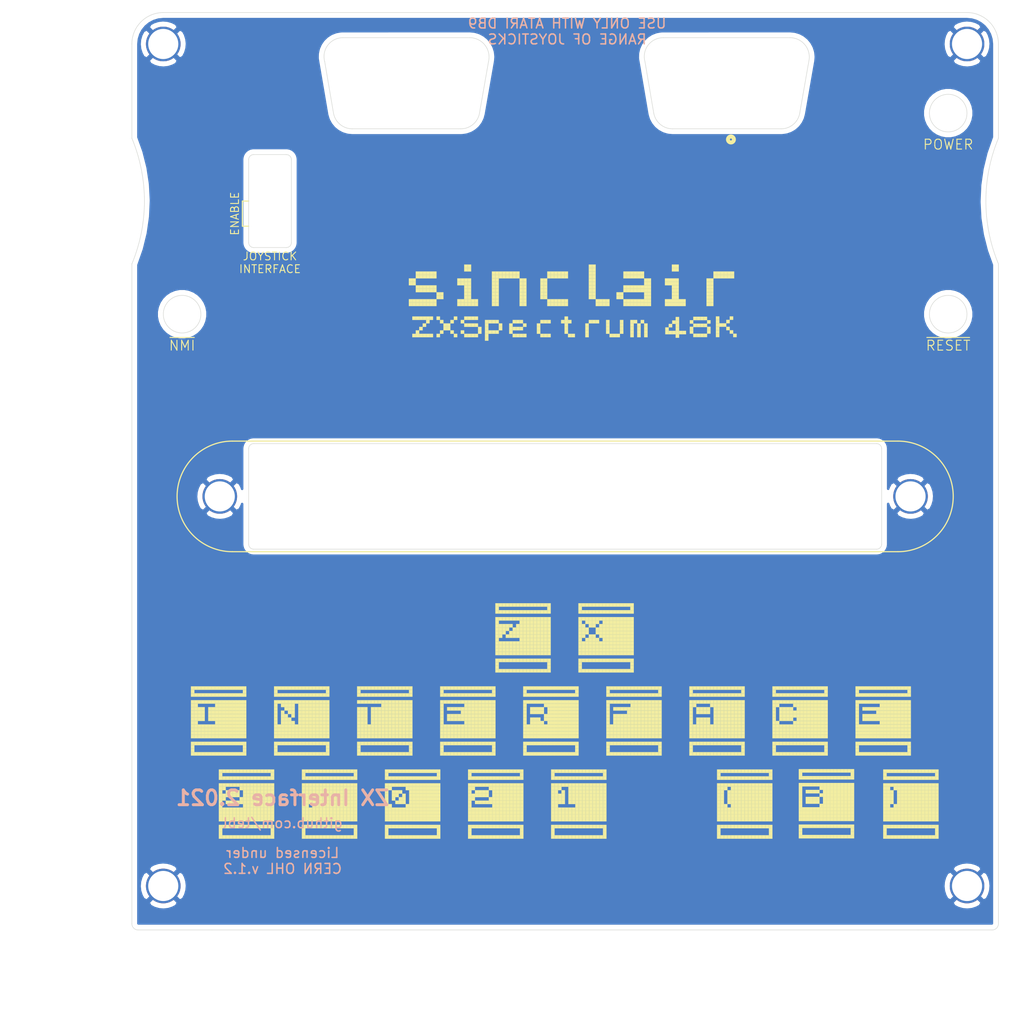
<source format=kicad_pcb>
(kicad_pcb (version 20171130) (host pcbnew "(5.1.8)-1")
  (title_block (title "ZX Interface 2.021"))
  (layers (0 F.Cu signal) (31 B.Cu signal) (34 B.Paste user) (35 F.Paste user) (36 B.SilkS user) (37 F.SilkS user) (38 B.Mask user) (39 F.Mask user) (44 Edge.Cuts user))
  (net 0 "")
  (net 1 "Net-(M1-Pad1)")
  (module artwork:sinclair_title_large (layer F.Cu) (at 129.54 71.12)
    (fp_text reference sinclair_title hide)
    (fp_text value "" (at 0 0) (layer F.SilkS) (effects (font (size 1.27 1.27))))
  )
  (module artwork:interface_2021_large (layer F.Cu) (at 105.41 106.045)
    (fp_text reference sinclair_title hide)
    (fp_text value Val** hide)
  )
  (module mounting:M3_pin (layer F.Cu) (at 105.41 134.62)
    (fp_text reference M1 hide)
    (fp_text value Mounting hide)
    (pad 1 thru_hole circle (at 0 0) (size 3.5 3.5) (drill 3.048) (layers *.Cu *.Mask) (net 1 "Net-(M1-Pad1)"))
  )
  (module mounting:M3_pin (layer F.Cu) (at 186.69 134.62)
    (fp_text reference M2 hide)
    (fp_text value Mounting hide)
    (pad 1 thru_hole circle (at 0 0) (size 3.5 3.5) (drill 3.048) (layers *.Cu *.Mask) (net 1 "Net-(M1-Pad1)"))
  )
  (module mounting:M3_pin (layer F.Cu) (at 186.69 49.53)
    (fp_text reference M3 hide)
    (fp_text value Mounting hide)
    (pad 1 thru_hole circle (at 0 0) (size 3.5 3.5) (drill 3.048) (layers *.Cu *.Mask) (net 1 "Net-(M1-Pad1)"))
  )
  (module mounting:M3_pin (layer F.Cu) (at 180.975 95.25)
    (fp_text reference M5 hide)
    (fp_text value Mounting hide)
    (pad 1 thru_hole circle (at 0 0) (size 3.5 3.5) (drill 3.048) (layers *.Cu *.Mask) (net 1 "Net-(M1-Pad1)"))
  )
  (module mounting:M3_pin (layer F.Cu) (at 111.125 95.25)
    (fp_text reference M6 hide)
    (fp_text value Mounting hide)
    (pad 1 thru_hole circle (at 0 0) (size 3.5 3.5) (drill 3.048) (layers *.Cu *.Mask) (net 1 "Net-(M1-Pad1)"))
  )
  (module mounting:M3_pin (layer F.Cu) (at 105.41 49.53)
    (fp_text reference M4 hide)
    (fp_text value Mounting hide)
    (pad 1 thru_hole circle (at 0 0) (size 3.5 3.5) (drill 3.048) (layers *.Cu *.Mask) (net 1 "Net-(M1-Pad1)"))
  )
  (gr_text POWER (at 184.785 59.69) (layer F.SilkS) (effects (font (size 1 1) (thickness 0.1))))
  (gr_circle (center 184.785 56.515) (end 186.685 56.515) (layer Edge.Cuts) (width 0.05))
  (gr_circle (center 162.814 59.182) (end 163.116 59.182) (layer F.SilkS) (width 0.4))
  (gr_arc (start 179.705 95.25) (end 179.705 100.838) (angle -180) (layer F.SilkS) (width 0.12))
  (gr_arc (start 112.395 95.25) (end 112.395 89.662) (angle -180) (layer F.SilkS) (width 0.12))
  (gr_line (start 179.705 100.838) (end 112.395 100.838) (layer F.SilkS) (width 0.12))
  (gr_line (start 112.395 89.662) (end 179.705 89.662) (layer F.SilkS) (width 0.12))
  (gr_arc (start 114.554 69.596) (end 114.046 69.596) (angle -90) (layer Edge.Cuts) (width 0.05))
  (gr_arc (start 117.856 69.596) (end 117.856 70.104) (angle -90) (layer Edge.Cuts) (width 0.05))
  (gr_arc (start 117.856 61.214) (end 118.364 61.214) (angle -90) (layer Edge.Cuts) (width 0.05))
  (gr_arc (start 114.554 61.214) (end 114.554 60.706) (angle -90) (layer Edge.Cuts) (width 0.05))
  (gr_text "JOYSTICK\nINTERFACE" (at 116.205 71.628) (layer F.SilkS) (effects (font (size 0.8 0.8) (thickness 0.1))))
  (gr_line (start 118.364 61.214) (end 118.364 69.596) (layer Edge.Cuts) (width 0.05))
  (gr_line (start 114.554 60.706) (end 117.856 60.706) (layer Edge.Cuts) (width 0.05))
  (gr_line (start 114.046 69.596) (end 114.046 61.214) (layer Edge.Cuts) (width 0.05))
  (gr_line (start 117.856 70.104) (end 114.554 70.104) (layer Edge.Cuts) (width 0.05))
  (gr_arc (start 177.546 90.424) (end 178.054 90.424) (angle -90) (layer Edge.Cuts) (width 0.05))
  (gr_arc (start 177.546 100.076) (end 177.546 100.584) (angle -90) (layer Edge.Cuts) (width 0.05))
  (gr_arc (start 114.554 100.076) (end 114.046 100.076) (angle -90) (layer Edge.Cuts) (width 0.05))
  (gr_arc (start 114.554 90.424) (end 114.554 89.916) (angle -90) (layer Edge.Cuts) (width 0.05))
  (gr_line (start 177.546 89.916) (end 114.554 89.916) (layer Edge.Cuts) (width 0.05))
  (gr_line (start 178.054 100.076) (end 178.054 90.424) (layer Edge.Cuts) (width 0.05))
  (gr_line (start 114.554 100.584) (end 177.546 100.584) (layer Edge.Cuts) (width 0.05))
  (gr_line (start 114.046 90.424) (end 114.046 100.076) (layer Edge.Cuts) (width 0.05))
  (gr_arc (start 155.956 50.8) (end 155.956 48.895) (angle -105.4221613) (layer Edge.Cuts) (width 0.05))
  (gr_line (start 167.894 58.1025) (end 156.9085 58.1025) (layer Edge.Cuts) (width 0.05))
  (gr_arc (start 156.9085 56.171223) (end 155.0035 56.488723) (angle -80.53767779) (layer Edge.Cuts) (width 0.05))
  (gr_arc (start 168.783 50.849072) (end 170.688 51.291429) (angle -103.0728811) (layer Edge.Cuts) (width 0.05))
  (gr_line (start 155.956 48.895) (end 168.783 48.893387) (layer Edge.Cuts) (width 0.05))
  (gr_arc (start 167.894 56.1975) (end 167.894 58.1025) (angle -80.53767779) (layer Edge.Cuts) (width 0.05))
  (gr_line (start 170.688 51.291429) (end 169.77308 56.51068) (layer Edge.Cuts) (width 0.05))
  (gr_line (start 155.0035 56.488723) (end 154.119594 51.306595) (layer Edge.Cuts) (width 0.05))
  (gr_line (start 135.509 58.1025) (end 124.5235 58.1025) (layer Edge.Cuts) (width 0.05))
  (gr_line (start 138.303 51.291429) (end 137.38808 56.51068) (layer Edge.Cuts) (width 0.05))
  (gr_line (start 123.571 48.895) (end 136.398 48.893387) (layer Edge.Cuts) (width 0.05))
  (gr_line (start 122.6185 56.488723) (end 121.734594 51.306595) (layer Edge.Cuts) (width 0.05))
  (gr_arc (start 135.509 56.1975) (end 135.509 58.1025) (angle -80.53767779) (layer Edge.Cuts) (width 0.05))
  (gr_arc (start 124.5235 56.171223) (end 122.6185 56.488723) (angle -80.53767779) (layer Edge.Cuts) (width 0.05))
  (gr_arc (start 136.398 50.849072) (end 138.303 51.291429) (angle -103.0728811) (layer Edge.Cuts) (width 0.05))
  (gr_arc (start 123.571 50.8) (end 123.571 48.895) (angle -105.4221613) (layer Edge.Cuts) (width 0.05))
  (gr_text ~RESET (at 184.785 80.01) (layer F.SilkS) (effects (font (size 1 1) (thickness 0.1))))
  (gr_circle (center 184.785 76.835) (end 186.685 76.835) (layer Edge.Cuts) (width 0.05))
  (gr_text ~NMI (at 107.315 80.01) (layer F.SilkS) (effects (font (size 1 1) (thickness 0.1))))
  (gr_circle (center 107.315 76.835) (end 109.215 76.835) (layer Edge.Cuts) (width 0.05))
  (gr_text "USE ONLY WITH ATARI DB9\nRANGE OF JOYSTICKS" (at 146.2532 48.26) (layer B.SilkS) (effects (font (size 1 1)) (justify mirror)))
  (gr_arc (start 189.23 138.43) (end 189.23 139.065) (angle -90) (layer Edge.Cuts) (width 0.05))
  (gr_arc (start 102.87 138.43) (end 102.235 138.43) (angle -90) (layer Edge.Cuts) (width 0.05))
  (gr_arc (start 186.69 49.53) (end 189.865 49.53) (angle -90) (layer Edge.Cuts) (width 0.05))
  (gr_arc (start 105.41 49.53) (end 105.41 46.355) (angle -90) (layer Edge.Cuts) (width 0.05))
  (gr_text ENABLE (at 112.649 66.675 90) (layer F.SilkS) (effects (font (size 0.8 0.8) (thickness 0.1))))
  (gr_line (start 113.411 65.405) (end 114.046 65.405) (layer F.SilkS) (width 0.12))
  (gr_line (start 113.411 67.945) (end 113.411 65.405) (layer F.SilkS) (width 0.12))
  (gr_line (start 114.046 67.945) (end 113.411 67.945) (layer F.SilkS) (width 0.12))
  (gr_text "ZX Interface 2.021" (at 117.475 125.73) (layer B.SilkS) (effects (font (size 1.5 1.5) (thickness 0.3)) (justify mirror)))
  (gr_text "Licensed under\nCERN OHL v.1.2" (at 117.475 132.08) (layer B.SilkS) (effects (font (size 1 1)) (justify mirror)))
  (gr_text github.com/tebl (at 117.475 128.27) (layer B.SilkS) (effects (font (size 1 1)) (justify mirror)))
  (gr_line (start 189.865 59.055001) (end 189.865 49.53) (layer Edge.Cuts) (width 0.05))
  (gr_line (start 102.234999 59.054999) (end 102.235 49.53) (layer Edge.Cuts) (width 0.05))
  (gr_arc (start 86.995 65.405) (end 102.235 71.754999) (angle -45.2397299) (layer Edge.Cuts) (width 0.05))
  (gr_arc (start 205.105 65.405) (end 189.865 59.055001) (angle -45.2397299) (layer Edge.Cuts) (width 0.05))
  (gr_line (start 102.235 71.754999) (end 102.235 138.43) (layer Edge.Cuts) (width 0.05))
  (gr_line (start 186.69 46.355) (end 105.41 46.355) (layer Edge.Cuts) (width 0.05))
  (gr_line (start 110.363 139.065) (end 102.87 139.065) (layer Edge.Cuts) (width 0.05))
  (gr_line (start 181.737 139.065) (end 189.23 139.065) (layer Edge.Cuts) (width 0.05))
  (gr_line (start 189.865 138.43) (end 189.865 71.755) (layer Edge.Cuts) (width 0.05))
  (gr_line (start 181.737 139.065) (end 110.363 139.065) (layer Edge.Cuts) (width 0.05))
  (zone (net 1) (net_name "Net-(M1-Pad1)") (layer B.Cu) (connect_pads (clearance 0.508)) (min_thickness 0.254) (fill yes (arc_segments 32) (thermal_gap 0.508) (thermal_bridge_width 0.508))
    (polygon (pts (xy 191.135 148.59) (xy 88.9 148.59) (xy 88.9 45.085) (xy 191.135 45.085)))
  )
)
</source>
